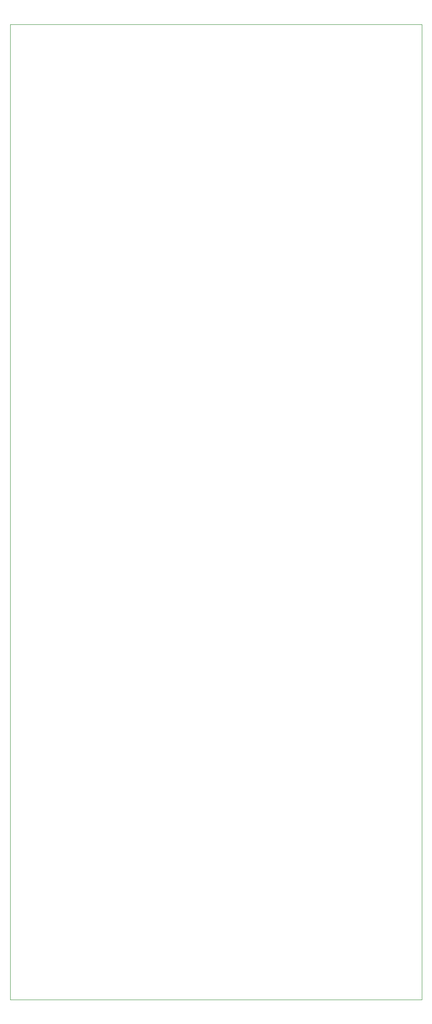
<source format=gko>
G04 EAGLE Gerber RS-274X export*
G75*
%MOMM*%
%FSLAX34Y34*%
%LPD*%
%INBorder*%
%IPPOS*%
%AMOC8*
5,1,8,0,0,1.08239X$1,22.5*%
G01*
%ADD10C,0.000000*%


D10*
X0Y0D02*
X787400Y0D01*
X787200Y1863600D01*
X0Y1863600D01*
X0Y0D01*
M02*

</source>
